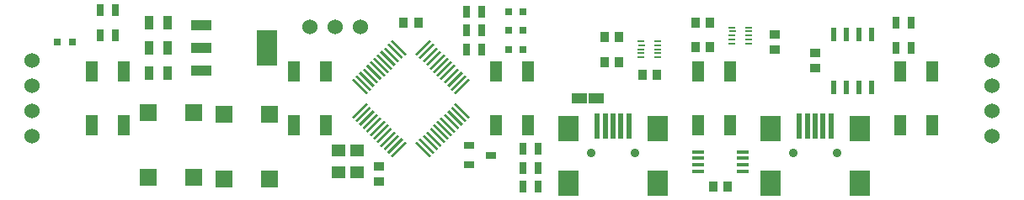
<source format=gts>
G04 (created by PCBNEW (22-Jun-2014 BZR 4027)-stable) date Tue Jul 18 17:56:31 2017*
%MOIN*%
G04 Gerber Fmt 3.4, Leading zero omitted, Abs format*
%FSLAX34Y34*%
G01*
G70*
G90*
G04 APERTURE LIST*
%ADD10C,0.00590551*%
%ADD11R,0.0236X0.0551*%
%ADD12R,0.0472X0.0787*%
%ADD13R,0.0197X0.098474*%
%ADD14R,0.0787X0.0984*%
%ADD15C,0.0354*%
%ADD16C,0.06*%
%ADD17R,0.0394X0.0315*%
%ADD18R,0.0590551X0.0393701*%
%ADD19R,0.035X0.055*%
%ADD20R,0.0551181X0.0511811*%
%ADD21R,0.025X0.045*%
%ADD22R,0.0314X0.0314*%
%ADD23R,0.08X0.144*%
%ADD24R,0.08X0.04*%
%ADD25R,0.0354X0.0394*%
%ADD26R,0.0394X0.0354*%
%ADD27R,0.07X0.07*%
%ADD28R,0.05X0.016*%
%ADD29R,0.0275591X0.00787402*%
G04 APERTURE END LIST*
G54D10*
G54D11*
X78750Y-31450D03*
X78750Y-33550D03*
X79250Y-31450D03*
X79750Y-31450D03*
X80250Y-31450D03*
X79250Y-33550D03*
X79750Y-33550D03*
X80250Y-33550D03*
G54D12*
X65370Y-35063D03*
X66630Y-35063D03*
X66630Y-32937D03*
X65370Y-32937D03*
X57370Y-35063D03*
X58630Y-35063D03*
X58630Y-32937D03*
X57370Y-32937D03*
X49370Y-35063D03*
X50630Y-35063D03*
X50630Y-32937D03*
X49370Y-32937D03*
X81370Y-35063D03*
X82630Y-35063D03*
X82630Y-32937D03*
X81370Y-32937D03*
X73370Y-35063D03*
X74630Y-35063D03*
X74630Y-32937D03*
X73370Y-32937D03*
G54D13*
X77370Y-35102D03*
X77685Y-35102D03*
X78000Y-35102D03*
X78315Y-35102D03*
X78630Y-35102D03*
G54D14*
X76248Y-35181D03*
X76248Y-37346D03*
X79752Y-35181D03*
X79752Y-37346D03*
G54D15*
X77134Y-36165D03*
X78866Y-36165D03*
G54D13*
X69370Y-35102D03*
X69685Y-35102D03*
X70000Y-35102D03*
X70315Y-35102D03*
X70630Y-35102D03*
G54D14*
X68248Y-35181D03*
X68248Y-37346D03*
X71752Y-35181D03*
X71752Y-37346D03*
G54D15*
X69134Y-36165D03*
X70866Y-36165D03*
G54D16*
X85000Y-35500D03*
X85000Y-34500D03*
X85000Y-33500D03*
X85000Y-32500D03*
X47000Y-35500D03*
X47000Y-34500D03*
X47000Y-33500D03*
X47000Y-32500D03*
X58000Y-31150D03*
X59000Y-31150D03*
X60000Y-31150D03*
G54D17*
X65183Y-36250D03*
X64317Y-36625D03*
X64317Y-35875D03*
G54D18*
X68665Y-34000D03*
X69334Y-34000D03*
G54D19*
X52375Y-32000D03*
X51625Y-32000D03*
X52375Y-31000D03*
X51625Y-31000D03*
X52375Y-33000D03*
X51625Y-33000D03*
G54D20*
X59145Y-36933D03*
X59854Y-36933D03*
X59854Y-36066D03*
X59145Y-36066D03*
G54D21*
X67050Y-36000D03*
X66450Y-36000D03*
X81800Y-32000D03*
X81200Y-32000D03*
X81800Y-31000D03*
X81200Y-31000D03*
X66450Y-37500D03*
X67050Y-37500D03*
X66450Y-36750D03*
X67050Y-36750D03*
X49700Y-31500D03*
X50300Y-31500D03*
X50300Y-30500D03*
X49700Y-30500D03*
X64200Y-32050D03*
X64800Y-32050D03*
X64200Y-31300D03*
X64800Y-31300D03*
X64200Y-30550D03*
X64800Y-30550D03*
G54D10*
G36*
X59737Y-34800D02*
X59668Y-34730D01*
X60224Y-34174D01*
X60294Y-34243D01*
X59737Y-34800D01*
X59737Y-34800D01*
G37*
G36*
X59876Y-34939D02*
X59807Y-34870D01*
X60364Y-34313D01*
X60433Y-34382D01*
X59876Y-34939D01*
X59876Y-34939D01*
G37*
G36*
X60016Y-35078D02*
X59946Y-35009D01*
X60503Y-34452D01*
X60572Y-34522D01*
X60016Y-35078D01*
X60016Y-35078D01*
G37*
G36*
X60155Y-35217D02*
X60086Y-35148D01*
X60642Y-34592D01*
X60712Y-34661D01*
X60155Y-35217D01*
X60155Y-35217D01*
G37*
G36*
X60294Y-35357D02*
X60225Y-35287D01*
X60782Y-34731D01*
X60851Y-34800D01*
X60294Y-35357D01*
X60294Y-35357D01*
G37*
G36*
X60434Y-35496D02*
X60364Y-35427D01*
X60921Y-34870D01*
X60990Y-34940D01*
X60434Y-35496D01*
X60434Y-35496D01*
G37*
G36*
X60572Y-35635D02*
X60503Y-35565D01*
X61059Y-35009D01*
X61129Y-35078D01*
X60572Y-35635D01*
X60572Y-35635D01*
G37*
G36*
X60712Y-35774D02*
X60642Y-35705D01*
X61199Y-35148D01*
X61268Y-35217D01*
X60712Y-35774D01*
X60712Y-35774D01*
G37*
G36*
X60851Y-35913D02*
X60782Y-35844D01*
X61338Y-35287D01*
X61407Y-35357D01*
X60851Y-35913D01*
X60851Y-35913D01*
G37*
G36*
X60990Y-36053D02*
X60921Y-35983D01*
X61477Y-35427D01*
X61547Y-35496D01*
X60990Y-36053D01*
X60990Y-36053D01*
G37*
G36*
X61129Y-36192D02*
X61060Y-36123D01*
X61617Y-35566D01*
X61686Y-35635D01*
X61129Y-36192D01*
X61129Y-36192D01*
G37*
G36*
X61269Y-36331D02*
X61199Y-36262D01*
X61756Y-35705D01*
X61825Y-35775D01*
X61269Y-36331D01*
X61269Y-36331D01*
G37*
G36*
X63775Y-33825D02*
X63705Y-33756D01*
X64262Y-33199D01*
X64331Y-33269D01*
X63775Y-33825D01*
X63775Y-33825D01*
G37*
G36*
X63635Y-33686D02*
X63566Y-33617D01*
X64123Y-33060D01*
X64192Y-33129D01*
X63635Y-33686D01*
X63635Y-33686D01*
G37*
G36*
X63496Y-33547D02*
X63427Y-33477D01*
X63983Y-32921D01*
X64053Y-32990D01*
X63496Y-33547D01*
X63496Y-33547D01*
G37*
G36*
X63357Y-33407D02*
X63287Y-33338D01*
X63844Y-32782D01*
X63913Y-32851D01*
X63357Y-33407D01*
X63357Y-33407D01*
G37*
G36*
X63217Y-33268D02*
X63148Y-33199D01*
X63705Y-32642D01*
X63774Y-32712D01*
X63217Y-33268D01*
X63217Y-33268D01*
G37*
G36*
X63078Y-33129D02*
X63009Y-33059D01*
X63565Y-32503D01*
X63635Y-32572D01*
X63078Y-33129D01*
X63078Y-33129D01*
G37*
G36*
X62940Y-32990D02*
X62870Y-32921D01*
X63427Y-32364D01*
X63496Y-32434D01*
X62940Y-32990D01*
X62940Y-32990D01*
G37*
G36*
X62800Y-32851D02*
X62731Y-32782D01*
X63287Y-32225D01*
X63357Y-32294D01*
X62800Y-32851D01*
X62800Y-32851D01*
G37*
G36*
X62661Y-32712D02*
X62592Y-32642D01*
X63148Y-32086D01*
X63217Y-32155D01*
X62661Y-32712D01*
X62661Y-32712D01*
G37*
G36*
X62522Y-32572D02*
X62452Y-32503D01*
X63009Y-31946D01*
X63078Y-32016D01*
X62522Y-32572D01*
X62522Y-32572D01*
G37*
G36*
X62382Y-32433D02*
X62313Y-32364D01*
X62870Y-31807D01*
X62939Y-31876D01*
X62382Y-32433D01*
X62382Y-32433D01*
G37*
G36*
X62243Y-32294D02*
X62174Y-32224D01*
X62730Y-31668D01*
X62800Y-31737D01*
X62243Y-32294D01*
X62243Y-32294D01*
G37*
G36*
X62730Y-36331D02*
X62174Y-35775D01*
X62243Y-35705D01*
X62800Y-36262D01*
X62730Y-36331D01*
X62730Y-36331D01*
G37*
G36*
X62870Y-36192D02*
X62313Y-35635D01*
X62382Y-35566D01*
X62939Y-36123D01*
X62870Y-36192D01*
X62870Y-36192D01*
G37*
G36*
X63009Y-36053D02*
X62452Y-35496D01*
X62522Y-35427D01*
X63078Y-35983D01*
X63009Y-36053D01*
X63009Y-36053D01*
G37*
G36*
X63148Y-35913D02*
X62592Y-35357D01*
X62661Y-35287D01*
X63217Y-35844D01*
X63148Y-35913D01*
X63148Y-35913D01*
G37*
G36*
X63287Y-35774D02*
X62731Y-35217D01*
X62800Y-35148D01*
X63357Y-35705D01*
X63287Y-35774D01*
X63287Y-35774D01*
G37*
G36*
X63427Y-35635D02*
X62870Y-35078D01*
X62940Y-35009D01*
X63496Y-35565D01*
X63427Y-35635D01*
X63427Y-35635D01*
G37*
G36*
X63565Y-35496D02*
X63009Y-34940D01*
X63078Y-34870D01*
X63635Y-35427D01*
X63565Y-35496D01*
X63565Y-35496D01*
G37*
G36*
X63705Y-35357D02*
X63148Y-34800D01*
X63217Y-34731D01*
X63774Y-35287D01*
X63705Y-35357D01*
X63705Y-35357D01*
G37*
G36*
X63844Y-35217D02*
X63287Y-34661D01*
X63357Y-34592D01*
X63913Y-35148D01*
X63844Y-35217D01*
X63844Y-35217D01*
G37*
G36*
X63983Y-35078D02*
X63427Y-34522D01*
X63496Y-34452D01*
X64053Y-35009D01*
X63983Y-35078D01*
X63983Y-35078D01*
G37*
G36*
X64123Y-34939D02*
X63566Y-34382D01*
X63635Y-34313D01*
X64192Y-34870D01*
X64123Y-34939D01*
X64123Y-34939D01*
G37*
G36*
X64262Y-34800D02*
X63705Y-34243D01*
X63775Y-34174D01*
X64331Y-34730D01*
X64262Y-34800D01*
X64262Y-34800D01*
G37*
G36*
X61756Y-32294D02*
X61199Y-31737D01*
X61269Y-31668D01*
X61825Y-32224D01*
X61756Y-32294D01*
X61756Y-32294D01*
G37*
G36*
X61617Y-32433D02*
X61060Y-31876D01*
X61129Y-31807D01*
X61686Y-32364D01*
X61617Y-32433D01*
X61617Y-32433D01*
G37*
G36*
X61477Y-32572D02*
X60921Y-32016D01*
X60990Y-31946D01*
X61547Y-32503D01*
X61477Y-32572D01*
X61477Y-32572D01*
G37*
G36*
X61338Y-32712D02*
X60782Y-32155D01*
X60851Y-32086D01*
X61407Y-32642D01*
X61338Y-32712D01*
X61338Y-32712D01*
G37*
G36*
X61199Y-32851D02*
X60642Y-32294D01*
X60712Y-32225D01*
X61268Y-32782D01*
X61199Y-32851D01*
X61199Y-32851D01*
G37*
G36*
X61059Y-32990D02*
X60503Y-32434D01*
X60572Y-32364D01*
X61129Y-32921D01*
X61059Y-32990D01*
X61059Y-32990D01*
G37*
G36*
X60921Y-33129D02*
X60364Y-32572D01*
X60434Y-32503D01*
X60990Y-33059D01*
X60921Y-33129D01*
X60921Y-33129D01*
G37*
G36*
X60782Y-33268D02*
X60225Y-32712D01*
X60294Y-32642D01*
X60851Y-33199D01*
X60782Y-33268D01*
X60782Y-33268D01*
G37*
G36*
X60642Y-33407D02*
X60086Y-32851D01*
X60155Y-32782D01*
X60712Y-33338D01*
X60642Y-33407D01*
X60642Y-33407D01*
G37*
G36*
X60503Y-33547D02*
X59946Y-32990D01*
X60016Y-32921D01*
X60572Y-33477D01*
X60503Y-33547D01*
X60503Y-33547D01*
G37*
G36*
X60364Y-33686D02*
X59807Y-33129D01*
X59876Y-33060D01*
X60433Y-33617D01*
X60364Y-33686D01*
X60364Y-33686D01*
G37*
G36*
X60224Y-33825D02*
X59668Y-33269D01*
X59737Y-33199D01*
X60294Y-33756D01*
X60224Y-33825D01*
X60224Y-33825D01*
G37*
G54D22*
X48595Y-31750D03*
X48005Y-31750D03*
X65855Y-30550D03*
X66445Y-30550D03*
X65855Y-32050D03*
X66445Y-32050D03*
X65855Y-31300D03*
X66445Y-31300D03*
G54D23*
X56300Y-32000D03*
G54D24*
X53700Y-32000D03*
X53700Y-32900D03*
X53700Y-31100D03*
G54D25*
X61704Y-31000D03*
X62296Y-31000D03*
G54D26*
X60750Y-36704D03*
X60750Y-37296D03*
X78000Y-32204D03*
X78000Y-32796D03*
G54D27*
X51614Y-37130D03*
X51614Y-34570D03*
X53386Y-37130D03*
X53386Y-34570D03*
X54614Y-37180D03*
X54614Y-34620D03*
X56386Y-37180D03*
X56386Y-34620D03*
G54D28*
X75125Y-36885D03*
X75125Y-36630D03*
X75125Y-36370D03*
X75125Y-36115D03*
X73375Y-36115D03*
X73375Y-36370D03*
X73375Y-36630D03*
X73375Y-36885D03*
G54D29*
X74715Y-31185D03*
X74719Y-31342D03*
X74715Y-31500D03*
X74715Y-31657D03*
X74715Y-31814D03*
X75384Y-31814D03*
X75384Y-31657D03*
X75384Y-31500D03*
X75384Y-31342D03*
X75384Y-31185D03*
X71115Y-31735D03*
X71119Y-31892D03*
X71115Y-32050D03*
X71115Y-32207D03*
X71115Y-32364D03*
X71784Y-32364D03*
X71784Y-32207D03*
X71784Y-32050D03*
X71784Y-31892D03*
X71784Y-31735D03*
G54D25*
X73954Y-37500D03*
X74546Y-37500D03*
X73846Y-31000D03*
X73254Y-31000D03*
G54D26*
X76400Y-32046D03*
X76400Y-31454D03*
G54D25*
X73846Y-31950D03*
X73254Y-31950D03*
X70246Y-31550D03*
X69654Y-31550D03*
X70246Y-32550D03*
X69654Y-32550D03*
X71154Y-33050D03*
X71746Y-33050D03*
M02*

</source>
